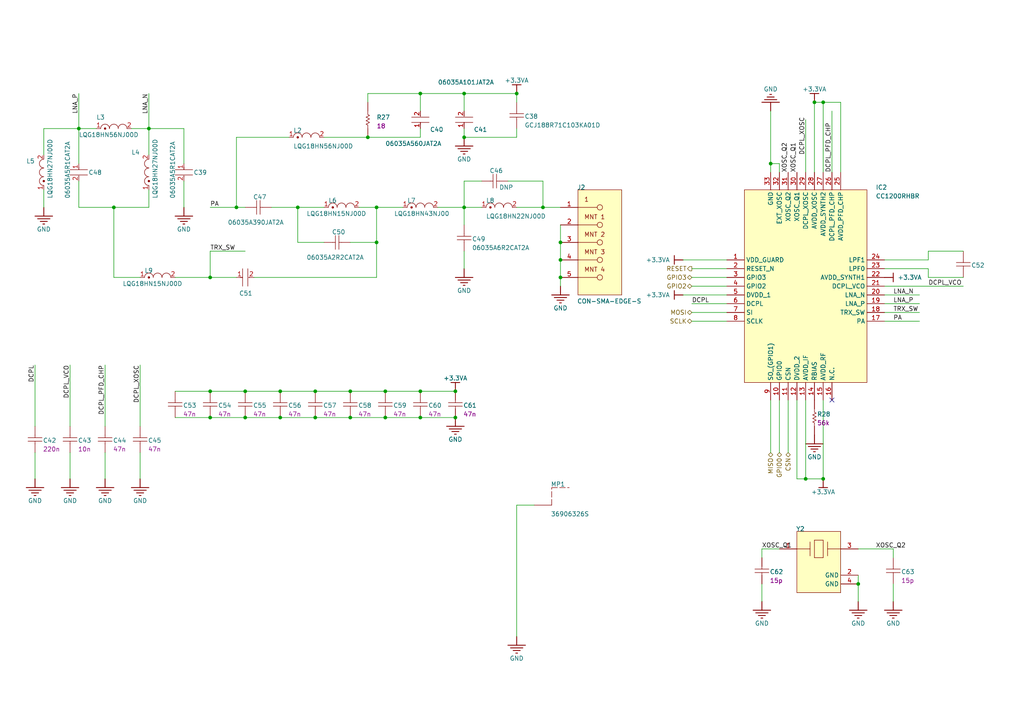
<source format=kicad_sch>
(kicad_sch (version 20250114) (generator "eeschema") (generator_version "9.0")
  (paper "A4")
  (junction (at 111.76 113.4872))
  (junction (at 149.86 27.1272))
  (junction (at 238.76 29.6672))
  (junction (at 68.58 60.1472))
  (junction (at 223.52 47.4472))
  (junction (at 60.96 80.4672))
  (junction (at 236.22 29.6672))
  (junction (at 134.62 27.1272))
  (junction (at 111.76 121.1072))
  (junction (at 162.56 80.4672))
  (junction (at 22.86 37.2872))
  (junction (at 121.92 121.1072))
  (junction (at 109.22 70.3072))
  (junction (at 121.92 27.1272))
  (junction (at 91.44 121.1072))
  (junction (at 162.56 70.3072))
  (junction (at 162.56 75.3872))
  (junction (at 101.6 113.4872))
  (junction (at 157.48 60.1472))
  (junction (at 91.44 113.4872))
  (junction (at 33.02 60.1472))
  (junction (at 248.92 169.3672))
  (junction (at 134.62 39.8272))
  (junction (at 71.12 113.4872))
  (junction (at 71.12 121.1072))
  (junction (at 43.18 37.2872))
  (junction (at 86.36 60.1472))
  (junction (at 106.68 39.8272))
  (junction (at 134.62 60.1472))
  (junction (at 109.22 60.1472))
  (junction (at 60.96 121.1072))
  (junction (at 132.08 121.1072))
  (junction (at 81.28 113.4872))
  (junction (at 81.28 121.1072))
  (junction (at 101.6 121.1072))
  (junction (at 121.92 113.4872))
  (junction (at 60.96 113.4872))
  (junction (at 132.08 113.4872))
  (junction (at 238.76 138.8872))
  (junction (at 233.68 138.8872))
  (no_connect (at 241.3 116.0272))
  (wire (pts (xy 147.32 52.5272) (xy 157.48 52.5272)))
  (wire (pts (xy 60.96 80.4672) (xy 60.96 72.8472)))
  (wire (pts (xy 60.96 121.1072) (xy 71.12 121.1072)))
  (wire (pts (xy 30.48 123.6472) (xy 30.48 105.8672)))
  (wire (pts (xy 233.68 138.8872) (xy 231.14 138.8872)))
  (wire (pts (xy 111.76 121.1072) (xy 121.92 121.1072)))
  (wire (pts (xy 248.92 169.3672) (xy 248.92 166.8272)))
  (wire (pts (xy 12.7 37.2872) (xy 22.86 37.2872)))
  (wire (pts (xy 256.54 88.0872) (xy 266.7 88.0872)))
  (wire (pts (xy 71.12 113.4872) (xy 60.96 113.4872)))
  (wire (pts (xy 256.54 77.9272) (xy 269.24 77.9272)))
  (wire (pts (xy 269.24 77.9272) (xy 269.24 80.4672)))
  (wire (pts (xy 68.58 39.8272) (xy 68.58 60.1472)))
  (wire (pts (xy 10.16 138.8872) (xy 10.16 131.2672)))
  (wire (pts (xy 256.54 85.5472) (xy 266.7 85.5472)))
  (wire (pts (xy 266.7 90.6272) (xy 256.54 90.6272)))
  (wire (pts (xy 134.62 52.5272) (xy 139.7 52.5272)))
  (wire (pts (xy 106.68 39.8272) (xy 121.92 39.8272)))
  (wire (pts (xy 109.22 80.4672) (xy 73.66 80.4672)))
  (wire (pts (xy 200.66 77.9272) (xy 210.82 77.9272)))
  (wire (pts (xy 228.6 131.2672) (xy 228.6 116.0272)))
  (wire (pts (xy 101.6 113.4872) (xy 91.44 113.4872)))
  (wire (pts (xy 30.48 138.8872) (xy 30.48 131.2672)))
  (wire (pts (xy 162.56 83.0072) (xy 162.56 80.4672)))
  (wire (pts (xy 157.48 60.1472) (xy 162.56 60.1472)))
  (wire (pts (xy 210.82 88.0872) (xy 200.66 88.0872)))
  (wire (pts (xy 200.66 90.6272) (xy 210.82 90.6272)))
  (wire (pts (xy 259.08 159.2072) (xy 248.92 159.2072)))
  (wire (pts (xy 238.76 138.8872) (xy 238.76 116.0272)))
  (wire (pts (xy 231.14 138.8872) (xy 231.14 116.0272)))
  (wire (pts (xy 200.66 93.1672) (xy 210.82 93.1672)))
  (wire (pts (xy 50.8 121.1072) (xy 60.96 121.1072)))
  (wire (pts (xy 220.98 159.2072) (xy 220.98 161.7472)))
  (wire (pts (xy 91.44 121.1072) (xy 101.6 121.1072)))
  (wire (pts (xy 198.12 85.5472) (xy 210.82 85.5472)))
  (wire (pts (xy 200.66 80.4672) (xy 210.82 80.4672)))
  (wire (pts (xy 269.24 75.3872) (xy 256.54 75.3872)))
  (wire (pts (xy 134.62 77.9272) (xy 134.62 72.8472)))
  (wire (pts (xy 22.86 60.1472) (xy 33.02 60.1472)))
  (wire (pts (xy 86.36 70.3072) (xy 86.36 60.1472)))
  (wire (pts (xy 149.86 146.5072) (xy 154.94 146.5072)))
  (wire (pts (xy 149.86 184.6072) (xy 149.86 146.5072)))
  (wire (pts (xy 236.22 29.6672) (xy 238.76 29.6672)))
  (wire (pts (xy 233.68 116.0272) (xy 233.68 138.8872)))
  (wire (pts (xy 22.86 37.2872) (xy 22.86 27.1272)))
  (wire (pts (xy 134.62 32.2072) (xy 134.62 27.1272)))
  (wire (pts (xy 121.92 27.1272) (xy 121.92 32.2072)))
  (wire (pts (xy 266.7 93.1672) (xy 256.54 93.1672)))
  (wire (pts (xy 134.62 60.1472) (xy 134.62 52.5272)))
  (wire (pts (xy 53.34 47.4472) (xy 53.34 37.2872)))
  (wire (pts (xy 71.12 121.1072) (xy 81.28 121.1072)))
  (wire (pts (xy 12.7 60.1472) (xy 12.7 55.0672)))
  (wire (pts (xy 248.92 174.4472) (xy 248.92 169.3672)))
  (wire (pts (xy 223.52 32.2072) (xy 223.52 47.4472)))
  (wire (pts (xy 121.92 39.8272) (xy 121.92 37.2872)))
  (wire (pts (xy 220.98 169.3672) (xy 220.98 174.4472)))
  (wire (pts (xy 68.58 60.1472) (xy 71.12 60.1472)))
  (wire (pts (xy 40.64 123.6472) (xy 40.64 105.8672)))
  (wire (pts (xy 256.54 83.0072) (xy 279.4 83.0072)))
  (wire (pts (xy 134.62 37.2872) (xy 134.62 39.8272)))
  (wire (pts (xy 81.28 121.1072) (xy 91.44 121.1072)))
  (wire (pts (xy 111.76 113.4872) (xy 101.6 113.4872)))
  (wire (pts (xy 259.08 174.4472) (xy 259.08 169.3672)))
  (wire (pts (xy 223.52 131.2672) (xy 223.52 116.0272)))
  (wire (pts (xy 279.4 72.8472) (xy 269.24 72.8472)))
  (wire (pts (xy 22.86 52.5272) (xy 22.86 60.1472)))
  (wire (pts (xy 83.82 39.8272) (xy 68.58 39.8272)))
  (wire (pts (xy 33.02 80.4672) (xy 40.64 80.4672)))
  (wire (pts (xy 134.62 60.1472) (xy 127 60.1472)))
  (wire (pts (xy 233.68 138.8872) (xy 238.76 138.8872)))
  (wire (pts (xy 68.58 60.1472) (xy 60.96 60.1472)))
  (wire (pts (xy 149.86 39.8272) (xy 149.86 37.2872)))
  (wire (pts (xy 50.8 80.4672) (xy 60.96 80.4672)))
  (wire (pts (xy 60.96 80.4672) (xy 68.58 80.4672)))
  (wire (pts (xy 236.22 29.6672) (xy 236.22 49.9872)))
  (wire (pts (xy 101.6 121.1072) (xy 111.76 121.1072)))
  (wire (pts (xy 60.96 113.4872) (xy 50.8 113.4872)))
  (wire (pts (xy 157.48 60.1472) (xy 149.86 60.1472)))
  (wire (pts (xy 121.92 27.1272) (xy 106.68 27.1272)))
  (wire (pts (xy 198.12 75.3872) (xy 210.82 75.3872)))
  (wire (pts (xy 149.86 29.6672) (xy 149.86 27.1272)))
  (wire (pts (xy 238.76 29.6672) (xy 238.76 49.9872)))
  (wire (pts (xy 134.62 27.1272) (xy 121.92 27.1272)))
  (wire (pts (xy 233.68 34.7472) (xy 233.68 49.9872)))
  (wire (pts (xy 104.14 60.1472) (xy 109.22 60.1472)))
  (wire (pts (xy 78.74 60.1472) (xy 86.36 60.1472)))
  (wire (pts (xy 149.86 27.1272) (xy 134.62 27.1272)))
  (wire (pts (xy 139.7 60.1472) (xy 134.62 60.1472)))
  (wire (pts (xy 226.06 159.2072) (xy 220.98 159.2072)))
  (wire (pts (xy 226.06 49.9872) (xy 226.06 47.4472)))
  (wire (pts (xy 134.62 39.8272) (xy 149.86 39.8272)))
  (wire (pts (xy 162.56 75.3872) (xy 162.56 70.3072)))
  (wire (pts (xy 93.98 39.8272) (xy 106.68 39.8272)))
  (wire (pts (xy 223.52 47.4472) (xy 223.52 49.9872)))
  (wire (pts (xy 243.84 49.9872) (xy 243.84 29.6672)))
  (wire (pts (xy 53.34 37.2872) (xy 43.18 37.2872)))
  (wire (pts (xy 259.08 161.7472) (xy 259.08 159.2072)))
  (wire (pts (xy 43.18 37.2872) (xy 43.18 27.1272)))
  (wire (pts (xy 60.96 72.8472) (xy 71.12 72.8472)))
  (wire (pts (xy 269.24 72.8472) (xy 269.24 75.3872)))
  (wire (pts (xy 86.36 60.1472) (xy 93.98 60.1472)))
  (wire (pts (xy 226.06 131.2672) (xy 226.06 116.0272)))
  (wire (pts (xy 200.66 83.0072) (xy 210.82 83.0072)))
  (wire (pts (xy 22.86 37.2872) (xy 27.94 37.2872)))
  (wire (pts (xy 22.86 47.4472) (xy 22.86 37.2872)))
  (wire (pts (xy 109.22 60.1472) (xy 116.84 60.1472)))
  (wire (pts (xy 38.1 37.2872) (xy 43.18 37.2872)))
  (wire (pts (xy 162.56 70.3072) (xy 162.56 65.2272)))
  (wire (pts (xy 243.84 29.6672) (xy 238.76 29.6672)))
  (wire (pts (xy 40.64 138.8872) (xy 40.64 131.2672)))
  (wire (pts (xy 134.62 65.2272) (xy 134.62 60.1472)))
  (wire (pts (xy 20.32 123.6472) (xy 20.32 105.8672)))
  (wire (pts (xy 157.48 52.5272) (xy 157.48 60.1472)))
  (wire (pts (xy 20.32 138.8872) (xy 20.32 131.2672)))
  (wire (pts (xy 109.22 70.3072) (xy 101.6 70.3072)))
  (wire (pts (xy 269.24 80.4672) (xy 279.4 80.4672)))
  (wire (pts (xy 33.02 60.1472) (xy 33.02 80.4672)))
  (wire (pts (xy 93.98 70.3072) (xy 86.36 70.3072)))
  (wire (pts (xy 121.92 121.1072) (xy 132.08 121.1072)))
  (wire (pts (xy 43.18 37.2872) (xy 43.18 44.9072)))
  (wire (pts (xy 109.22 60.1472) (xy 109.22 70.3072)))
  (wire (pts (xy 43.18 60.1472) (xy 33.02 60.1472)))
  (wire (pts (xy 121.92 113.4872) (xy 111.76 113.4872)))
  (wire (pts (xy 81.28 113.4872) (xy 71.12 113.4872)))
  (wire (pts (xy 12.7 44.9072) (xy 12.7 37.2872)))
  (wire (pts (xy 53.34 60.1472) (xy 53.34 52.5272)))
  (wire (pts (xy 226.06 47.4472) (xy 223.52 47.4472)))
  (wire (pts (xy 132.08 113.4872) (xy 121.92 113.4872)))
  (wire (pts (xy 241.3 32.2072) (xy 241.3 49.9872)))
  (wire (pts (xy 43.18 55.0672) (xy 43.18 60.1472)))
  (wire (pts (xy 162.56 80.4672) (xy 162.56 75.3872)))
  (wire (pts (xy 10.16 105.8672) (xy 10.16 123.6472)))
  (wire (pts (xy 109.22 70.3072) (xy 109.22 80.4672)))
  (wire (pts (xy 106.68 27.1272) (xy 106.68 29.6672)))
  (wire (pts (xy 91.44 113.4872) (xy 81.28 113.4872)))
  (label "TRX_SW" (at 60.96 72.8472 0))
  (label "LNA_P" (at 22.86 27.1272 270))
  (label "TRX_SW" (at 259.08 90.6272 0))
  (label "DCPL_VCO" (at 269.24 83.0072 0))
  (label "XOSC_Q1" (at 220.98 159.2072 0))
  (label "DCPL_XOSC" (at 233.68 44.9072 90))
  (label "LNA_N" (at 259.08 85.5472 0))
  (label "DCPL_XOSC" (at 40.64 105.8672 270))
  (label "DCPL" (at 10.16 105.8672 270))
  (label "DCPL_VCO" (at 20.32 105.8672 270))
  (label "XOSC_Q2" (at 254 159.2072 0))
  (label "PA" (at 259.08 93.1672 0))
  (label "LNA_P" (at 259.08 88.0872 0))
  (label "PA" (at 60.96 60.1472 0))
  (label "XOSC_Q2" (at 228.6 49.9872 90))
  (label "DCPL" (at 200.66 88.0872 0))
  (label "XOSC_Q1" (at 231.14 49.9872 90))
  (label "DCPL_PFD_CHP" (at 30.48 105.8672 270))
  (label "LNA_N" (at 43.18 27.1272 270))
  (label "DCPL_PFD_CHP" (at 241.3 49.9872 90))
  (hierarchical_label "MOSI" (shape bidirectional) (at 200.66 90.6272 180))
  (hierarchical_label "GPIO3" (shape bidirectional) (at 200.66 80.4672 180))
  (hierarchical_label "SCLK" (shape bidirectional) (at 200.66 93.1672 180))
  (hierarchical_label "CSN" (shape bidirectional) (at 228.6 131.2672 270))
  (hierarchical_label "GPIO0" (shape bidirectional) (at 226.06 131.2672 270))
  (hierarchical_label "MISO" (shape bidirectional) (at 223.52 131.2672 270))
  (hierarchical_label "RESET" (shape output) (at 200.66 77.9272 180))
  (hierarchical_label "GPIO2" (shape bidirectional) (at 200.66 83.0072 180))
  (symbol (lib_id "Simulation Generic Components:root_3_Capacitor_Simulation Generic Components.IntLib") (at 101.6 113.4872 0) (unit 1)
    (property "Reference" "C58" (at 103.886 118.3132 0) (effects (justify left bottom)))
    (property "Value" "Capacitor" (effects (hide yes)))
    (property "Footprint" "RES_0805" (effects (hide yes)))
    (property "Description" "Capacitor" (effects (hide yes)))
    (property "SIMULATIONGENERICCOMPONENT" "True" (effects (hide yes)))
    (property "ALTIUM_VALUE" "47n" (at 103.886 120.8532 0) (effects (justify left bottom)))
  )
  (symbol (lib_id "Simulation Generic Components:root_3_Capacitor_Simulation Generic Components.IntLib") (at 50.8 113.4872 0) (unit 1)
    (property "Reference" "C53" (at 53.086 118.3132 0) (effects (justify left bottom)))
    (property "Value" "Capacitor" (effects (hide yes)))
    (property "Footprint" "RES_0805" (effects (hide yes)))
    (property "Description" "Capacitor" (effects (hide yes)))
    (property "SIMULATIONGENERICCOMPONENT" "True" (effects (hide yes)))
    (property "ALTIUM_VALUE" "47n" (at 53.086 120.8532 0) (effects (justify left bottom)))
  )
  (symbol (lib_id "Altium Content Vault:root_2_CAP_Altium Content Vault_0") (at 76.2 62.6872 0) (unit 1)
    (property "Reference" "C47" (at 73.406 57.8612 0) (effects (justify left bottom)))
    (property "Value" "06035A390JAT2A" (at 66.04 65.2272 0) (effects (justify left bottom)))
    (property "Footprint" "CAPC1608X90X35LL15T15" (effects (hide yes)))
    (property "PART NUMBER" "06035A6R2CAT2A" (effects (hide yes)))
    (property "MANUFACTURER" "AVX Interconnect / Elco" (effects (hide yes)))
  )
  (symbol (lib_id "Simulation Generic Components:root_3_Capacitor_Simulation Generic Components.IntLib") (at 111.76 113.4872 0) (unit 1)
    (property "Reference" "C59" (at 114.046 118.3132 0) (effects (justify left bottom)))
    (property "Value" "Capacitor" (effects (hide yes)))
    (property "Footprint" "RES_0805" (effects (hide yes)))
    (property "Description" "Capacitor" (effects (hide yes)))
    (property "SIMULATIONGENERICCOMPONENT" "True" (effects (hide yes)))
    (property "ALTIUM_VALUE" "47n" (at 114.046 120.8532 0) (effects (justify left bottom)))
  )
  (symbol (lib_id "Simulation Generic Components:root_3_Capacitor_Simulation Generic Components.IntLib") (at 91.44 113.4872 0) (unit 1)
    (property "Reference" "C57" (at 93.726 118.3132 0) (effects (justify left bottom)))
    (property "Value" "Capacitor" (effects (hide yes)))
    (property "Footprint" "RES_0805" (effects (hide yes)))
    (property "Description" "Capacitor" (effects (hide yes)))
    (property "SIMULATIONGENERICCOMPONENT" "True" (effects (hide yes)))
    (property "ALTIUM_VALUE" "47n" (at 93.726 120.8532 0) (effects (justify left bottom)))
  )
  (symbol (lib_id "Altium Content Vault:root_1_CAP-NP-2_Altium Content Vault") (at 149.86 37.2872 0) (unit 1)
    (property "Reference" "C38" (at 152.146 34.4932 0) (effects (justify left bottom)))
    (property "Value" "GCJ188R71C103KA01D" (at 152.146 37.0332 0) (effects (justify left bottom)))
    (property "Footprint" "CAPC1608X90X35LL10T15" (effects (hide yes)))
    (property "Description" "Cap Ceramic 0.01uF 16V X7R 10% Pad SMD 0603 Soft Termination 125C Automotive T/R" (effects (hide yes)))
    (property "MOUNTING TECHNOLOGY" "SurfaceMount" (effects (hide yes)))
    (property "TOLERANCE (%)" "±10%" (effects (hide yes)))
    (property "CASE SIZE/DIMENSION" "0603" (effects (hide yes)))
    (property "DATASHEET URL" "http://search.murata.co.jp/Ceramy/image/img/A01X/G101/ENG/GRM188R71C103KA01-01.pdf" (effects (hide yes)))
    (property "RATED VOLTAGE" "16V" (effects (hide yes)))
    (property "MANUFACTURER" "Murata" (effects (hide yes)))
    (property "DATASHEET VERSION" "02/2016" (effects (hide yes)))
    (property "DIELECTRIC" "X7R" (effects (hide yes)))
    (property "MANUFACTURER URL" "http://www.murata.com/" (effects (hide yes)))
    (property "PACKAGE REFERENCE" "0603" (effects (hide yes)))
    (property "PACKAGE DESCRIPTION" "2-Pin Surface Mount Device, Body 1.6 x 0.8 mm" (effects (hide yes)))
    (property "CAPACITANCE" "10nF" (effects (hide yes)))
  )
  (symbol (lib_id "Altium Content Vault:root_1_4cc4b267dca4c8e51f7102f422741d8_Altium Content Vault") (at 12.7 55.0672 0) (unit 1)
    (property "Reference" "L5" (at 7.62 47.4472 0) (effects (justify left bottom)))
    (property "Value" "LQG18HN27NJ00D" (at 15.24 57.6072 90) (effects (justify left bottom)))
    (property "Footprint" "FP-LQG18HH_00-MFG" (effects (hide yes)))
    (property "Description" "Multilayer type RF Inductor 27nH ±5% 0.54Ω 500mA 0603" (effects (hide yes)))
    (property "MIN OPERATING TEMPERATURE" "-55°C" (effects (hide yes)))
    (property "Q FACTOR" "12" (effects (hide yes)))
    (property "SHIELDING" "Unshielded" (effects (hide yes)))
    (property "MAX OPERATING TEMPERATURE" "85°C" (effects (hide yes)))
    (property "TOLERANCE" "5%" (effects (hide yes)))
    (property "DEPTH" "0.95mm" (effects (hide yes)))
    (property "CASE CODE (IMPERIAL)" "0603" (effects (hide yes)))
    (property "PACKAGE QUANTITY" "4000" (effects (hide yes)))
    (property "MAX DC CURRENT" "300mA" (effects (hide yes)))
    (property "LEAD FREE" "Lead Free" (effects (hide yes)))
    (property "HEIGHT" "0.8mm" (effects (hide yes)))
    (property "RADIATION HARDENING" "No" (effects (hide yes)))
    (property "CASE/PACKAGE" "0603" (effects (hide yes)))
    (property "SELF RESONANT FREQUENCY" "2GHz" (effects (hide yes)))
    (property "MOUNT" "Surface Mount" (effects (hide yes)))
    (property "TEST FREQUENCY" "100MHz" (effects (hide yes)))
    (property "DC CURRENT" "300mA" (effects (hide yes)))
    (property "LENGTH" "0.063inch" (effects (hide yes)))
    (property "INDUCTANCE TOLERANCE" "5%" (effects (hide yes)))
    (property "CORE MATERIAL" "Air" (effects (hide yes)))
    (property "MILITARY STANDARD" "Not" (effects (hide yes)))
    (property "TERMINATION" "SMD/SMT" (effects (hide yes)))
    (property "PACKAGING" "Tape and Reel" (effects (hide yes)))
    (property "CURRENT RATING" "300mA" (effects (hide yes)))
    (property "INDUCTANCE" "27nH" (effects (hide yes)))
    (property "CASE CODE (METRIC)" "1608" (effects (hide yes)))
    (property "DC RESISTANCE (DCR)" "550mR" (effects (hide yes)))
    (property "WIDTH" "0.8mm" (effects (hide yes)))
    (property "REACH SVHC" "No SVHC" (effects (hide yes)))
    (property "HEIGHT - SEATED (MAX)" "0.037inch" (effects (hide yes)))
  )
  (symbol (lib_id "RF_HAT-altium-import:GND_POWER_GROUND") (at 259.08 174.4472 0) (unit 1)
    (property "Reference" "#PWR?" (effects (hide yes)))
    (property "Value" "GND" (at 259.08 180.7972 0))
  )
  (symbol (lib_id "Altium Content Vault:root_1_4cc4b267dca4c8e51f7102f422741d8_Altium Content Vault") (at 43.18 55.0672 0) (unit 1)
    (property "Reference" "L4" (at 38.1 44.9072 0) (effects (justify left bottom)))
    (property "Value" "LQG18HN27NJ00D" (at 45.72 57.6072 90) (effects (justify left bottom)))
    (property "Footprint" "FP-LQG18HH_00-MFG" (effects (hide yes)))
    (property "Description" "Multilayer type RF Inductor 27nH ±5% 0.54Ω 500mA 0603" (effects (hide yes)))
    (property "MIN OPERATING TEMPERATURE" "-55°C" (effects (hide yes)))
    (property "Q FACTOR" "12" (effects (hide yes)))
    (property "SHIELDING" "Unshielded" (effects (hide yes)))
    (property "MAX OPERATING TEMPERATURE" "85°C" (effects (hide yes)))
    (property "TOLERANCE" "5%" (effects (hide yes)))
    (property "DEPTH" "0.95mm" (effects (hide yes)))
    (property "CASE CODE (IMPERIAL)" "0603" (effects (hide yes)))
    (property "PACKAGE QUANTITY" "4000" (effects (hide yes)))
    (property "MAX DC CURRENT" "300mA" (effects (hide yes)))
    (property "LEAD FREE" "Lead Free" (effects (hide yes)))
    (property "HEIGHT" "0.8mm" (effects (hide yes)))
    (property "RADIATION HARDENING" "No" (effects (hide yes)))
    (property "CASE/PACKAGE" "0603" (effects (hide yes)))
    (property "SELF RESONANT FREQUENCY" "2GHz" (effects (hide yes)))
    (property "MOUNT" "Surface Mount" (effects (hide yes)))
    (property "TEST FREQUENCY" "100MHz" (effects (hide yes)))
    (property "DC CURRENT" "300mA" (effects (hide yes)))
    (property "LENGTH" "0.063inch" (effects (hide yes)))
    (property "INDUCTANCE TOLERANCE" "5%" (effects (hide yes)))
    (property "CORE MATERIAL" "Air" (effects (hide yes)))
    (property "MILITARY STANDARD" "Not" (effects (hide yes)))
    (property "TERMINATION" "SMD/SMT" (effects (hide yes)))
    (property "PACKAGING" "Tape and Reel" (effects (hide yes)))
    (property "CURRENT RATING" "300mA" (effects (hide yes)))
    (property "INDUCTANCE" "27nH" (effects (hide yes)))
    (property "CASE CODE (METRIC)" "1608" (effects (hide yes)))
    (property "DC RESISTANCE (DCR)" "550mR" (effects (hide yes)))
    (property "WIDTH" "0.8mm" (effects (hide yes)))
    (property "REACH SVHC" "No SVHC" (effects (hide yes)))
    (property "HEIGHT - SEATED (MAX)" "0.037inch" (effects (hide yes)))
  )
  (symbol (lib_id "Simulation Generic Components:root_3_Capacitor_Simulation Generic Components.IntLib") (at 20.32 123.6472 0) (unit 1)
    (property "Reference" "C43" (at 22.606 128.4732 0) (effects (justify left bottom)))
    (property "Value" "Capacitor" (effects (hide yes)))
    (property "Footprint" "RES_0805" (effects (hide yes)))
    (property "Description" "Capacitor" (effects (hide yes)))
    (property "SIMULATIONGENERICCOMPONENT" "True" (effects (hide yes)))
    (property "ALTIUM_VALUE" "10n" (at 22.606 131.0132 0) (effects (justify left bottom)))
  )
  (symbol (lib_name "root_0_4cc4b267dca4c8e51f7102f422741d8_Altium Content Vault_2") (lib_id "Altium Content Vault:root_0_4cc4b267dca4c8e51f7102f422741d8_Altium Content Vault") (at 27.94 37.2872 0) (unit 1)
    (property "Reference" "L3" (at 27.94 34.7472 0) (effects (justify left bottom)))
    (property "Value" "LQG18HN56NJ00D" (at 22.86 39.8272 0) (effects (justify left bottom)))
    (property "Footprint" "FP-LQG18HH_00-IPC_A" (effects (hide yes)))
    (property "Description" "Multilayer type RF Inductor 56nH ±5% 0.75Ω 400mA 0603" (effects (hide yes)))
    (property "DC CURRENT" "300mA" (effects (hide yes)))
    (property "WIDTH" "0.031inch" (effects (hide yes)))
    (property "CASE CODE (METRIC)" "1608" (effects (hide yes)))
    (property "INDUCTANCE" "56nH" (effects (hide yes)))
    (property "MOUNT" "Surface Mount" (effects (hide yes)))
    (property "DEPTH" "0.95mm" (effects (hide yes)))
    (property "MAX DC CURRENT" "300mA" (effects (hide yes)))
    (property "DC RESISTANCE (DCR)" "750mR" (effects (hide yes)))
    (property "CASE/PACKAGE" "0603" (effects (hide yes)))
    (property "SELF RESONANT FREQUENCY" "1.1GHz" (effects (hide yes)))
    (property "LENGTH" "1.75mm" (effects (hide yes)))
    (property "TEST FREQUENCY" "100MHz" (effects (hide yes)))
    (property "SHIELDING" "Unshielded" (effects (hide yes)))
    (property "CASE CODE (IMPERIAL)" "0603" (effects (hide yes)))
    (property "MILITARY STANDARD" "Not" (effects (hide yes)))
    (property "Q FACTOR" "12" (effects (hide yes)))
    (property "MIN OPERATING TEMPERATURE" "-40°C" (effects (hide yes)))
    (property "LEAD FREE" "Lead Free" (effects (hide yes)))
    (property "PACKAGING" "Tape and Reel" (effects (hide yes)))
    (property "RADIATION HARDENING" "No" (effects (hide yes)))
    (property "MAX OPERATING TEMPERATURE" "85°C" (effects (hide yes)))
    (property "TERMINATION" "SMD/SMT" (effects (hide yes)))
    (property "TOLERANCE" "5%" (effects (hide yes)))
    (property "CURRENT RATING" "300mA" (effects (hide yes)))
    (property "CORE MATERIAL" "Air" (effects (hide yes)))
    (property "PACKAGE QUANTITY" "1" (effects (hide yes)))
    (property "HEIGHT" "0.031inch" (effects (hide yes)))
  )
  (symbol (lib_id "Simulation Generic Components:root_3_Capacitor_Simulation Generic Components.IntLib") (at 121.92 113.4872 0) (unit 1)
    (property "Reference" "C60" (at 124.206 118.3132 0) (effects (justify left bottom)))
    (property "Value" "Capacitor" (effects (hide yes)))
    (property "Footprint" "RES_0805" (effects (hide yes)))
    (property "Description" "Capacitor" (effects (hide yes)))
    (property "SIMULATIONGENERICCOMPONENT" "True" (effects (hide yes)))
    (property "ALTIUM_VALUE" "47n" (at 124.206 120.8532 0) (effects (justify left bottom)))
  )
  (symbol (lib_id "Altium Content Vault:root_0_02cd4be3c70576c341d710602a673aa_Altium Content Vault") (at 53.34 47.4472 0) (unit 1)
    (property "Reference" "C39" (at 56.134 50.7492 0) (effects (justify left bottom)))
    (property "Value" "06035A5R1CAT2A" (at 50.8 57.6072 90) (effects (justify left bottom)))
    (property "Footprint" "FP-GCM188-0_1-IPC_A" (effects (hide yes)))
    (property "Description" "0603 5.1 pF 50 V ±0.25 pF Tolerance C0G/NP0 Multilayer Ceramic Capacitor" (effects (hide yes)))
  )
  (symbol (lib_id "SamacSys:root_0_CC1200RHBR_SamacSys.SchLib") (at 210.82 75.3872 0) (unit 1)
    (property "Reference" "IC2" (at 254 55.0672 0) (effects (justify left bottom)))
    (property "Value" "CC1200RHBR" (at 254 57.6072 0) (effects (justify left bottom)))
    (property "Footprint" "C__Users_robbe_OneDrive_Documenten_AltiumLL_SamacSys.PcbLib:QFN50P500X500X100-33N-D" (effects (hide yes)))
    (property "Description" "Integrated Circuit" (effects (hide yes)))
    (property "DATASHEET LINK" "http://www.ti.com/lit/gpn/cc1200" (effects (hide yes)))
    (property "HEIGHT" "1mm" (effects (hide yes)))
    (property "MANUFACTURER_NAME" "Texas Instruments" (effects (hide yes)))
    (property "MANUFACTURER_PART_NUMBER" "CC1200RHBR" (effects (hide yes)))
    (property "MOUSER PART NUMBER" "595-CC1200RHBR" (effects (hide yes)))
    (property "MOUSER PRICE/STOCK" "https://www.mouser.co.uk/ProductDetail/Texas-Instruments/CC1200RHBR?qs=R6c3TimDHSkfQr3ZZbsbuA%3D%3D" (effects (hide yes)))
    (property "ARROW PART NUMBER" "CC1200RHBR" (effects (hide yes)))
    (property "ARROW PRICE/STOCK" "https://www.arrow.com/en/products/cc1200rhbr/texas-instruments" (effects (hide yes)))
  )
  (symbol (lib_id "RF_HAT-altium-import:GND_POWER_GROUND") (at 30.48 138.8872 0) (unit 1)
    (property "Reference" "#PWR?" (effects (hide yes)))
    (property "Value" "GND" (at 30.48 145.2372 0))
  )
  (symbol (lib_id "Altium Content Vault:root_0_mirrored_a163d97a771fcdd2fd1f1a9264c171f_Altium Content Vault") (at 162.56 60.1472 0) (unit 1)
    (property "Reference" "J2" (at 167.386 55.0672 0) (effects (justify left bottom)))
    (property "Value" "CON-SMA-EDGE-S" (at 167.386 88.0872 0) (effects (justify left bottom)))
    (property "Footprint" "FP-CON-SMA-EDGE-S-MFG" (effects (hide yes)))
    (property "Description" "CONN SMA JACK STR EDGE MNT" (effects (hide yes)))
    (property "CATEGORY" "Conn" (effects (hide yes)))
    (property "COMPONENTLINK2URL" "https://www.rfsolutions.co.uk/downloads/1498648656DS-CON-EDGE-SMA-4.pdf" (effects (hide yes)))
    (property "OCTOPART" "https://octopart.com/con-sma-edge-s-rf+solutions-70967450" (effects (hide yes)))
    (property "PACKAGE" "CONN_JACK" (effects (hide yes)))
    (property "MANUFACTURER PART NUMBER" "CON-SMA-EDGE-S" (effects (hide yes)))
    (property "MANUFACTURER" "RF Solutions Ltd." (effects (hide yes)))
    (property "HEIGHT" "6.35mm" (effects (hide yes)))
    (property "IMPEDANCE" "50Ω" (effects (hide yes)))
    (property "DEVICE CLASS L1" "Connectors" (effects (hide yes)))
    (property "FOOTPRINT URL" "https://forum.upverter.com/uploads/default/original/3X/b/e/be75b907af57498775929d6d9099689c472e0307.pdf" (effects (hide yes)))
    (property "DESCRIPTION" "CONN SMA JACK STR EDGE MNT" (effects (hide yes)))
    (property "CONN ORIENTATION" "Right Angle" (effects (hide yes)))
    (property "IS FEMALE" "yes" (effects (hide yes)))
    (property "CONTACT MATERIAL" "Gold" (effects (hide yes)))
    (property "NUMBER OF CONTACTS" "1" (effects (hide yes)))
    (property "COMPONENTLINK2DESCRIPTION" "Datasheet" (effects (hide yes)))
    (property "FREQUENCY" "18GHz" (effects (hide yes)))
    (property "DEVICE CLASS L2" "RF / Coaxial Connectors" (effects (hide yes)))
    (property "SHIELDING" "true" (effects (hide yes)))
    (property "ROHS" "TRUE" (effects (hide yes)))
    (property "DEVICE CLASS L3" "unset" (effects (hide yes)))
    (property "DIGIKEY DESCRIPTION" "CONN SMA JACK STR EDGE MNT" (effects (hide yes)))
    (property "LEAD FREE" "Yes" (effects (hide yes)))
    (property "AUTOMOTIVE" "No" (effects (hide yes)))
  )
  (symbol (lib_name "root_2_02cd4be3c70576c341d710602a673aa_Altium Content Vault_1") (lib_id "Altium Content Vault:root_2_02cd4be3c70576c341d710602a673aa_Altium Content Vault") (at 134.62 37.2872 0) (unit 1)
    (property "Reference" "C41" (at 137.414 38.3032 0) (effects (justify left bottom)))
    (property "Value" "06035A101JAT2A" (at 127 24.5872 0) (effects (justify left bottom)))
    (property "Footprint" "FP-GCM188-0_1-IPC_A" (effects (hide yes)))
    (property "Description" "0603 100 pF 50 V ±5% Tolerance C0G/NP0 SMT Multilayer Ceramic Capacitor" (effects (hide yes)))
  )
  (symbol (lib_name "root_2_CAP_Altium Content Vault_0_1") (lib_id "Altium Content Vault:root_2_CAP_Altium Content Vault_0") (at 99.06 72.8472 0) (unit 1)
    (property "Reference" "C50" (at 96.266 68.0212 0) (effects (justify left bottom)))
    (property "Value" "06035A2R2CAT2A" (at 88.9 75.3872 0) (effects (justify left bottom)))
    (property "Footprint" "CAPC1608X90X35LL15T15" (effects (hide yes)))
    (property "Description" "0603 2.2 pF 50 V ±0.25 pF Tolerance C0G/NP0 SMT Multilayer Ceramic Capacitor" (effects (hide yes)))
    (property "PART NUMBER" "06035A6R2CAT2A" (effects (hide yes)))
    (property "MANUFACTURER" "AVX Interconnect / Elco" (effects (hide yes)))
  )
  (symbol (lib_id "RF_HAT-altium-import:+3.3VA_BAR") (at 236.22 29.6672 180) (unit 1)
    (property "Reference" "#PWR?" (effects (hide yes)))
    (property "Value" "+3.3VA" (at 236.22 25.8572 0))
  )
  (symbol (lib_id "Simulation Generic Components:root_3_Capacitor_Simulation Generic Components.IntLib") (at 71.12 113.4872 0) (unit 1)
    (property "Reference" "C55" (at 73.406 118.3132 0) (effects (justify left bottom)))
    (property "Value" "Capacitor" (effects (hide yes)))
    (property "Footprint" "RES_0805" (effects (hide yes)))
    (property "Description" "Capacitor" (effects (hide yes)))
    (property "SIMULATIONGENERICCOMPONENT" "True" (effects (hide yes)))
    (property "ALTIUM_VALUE" "47n" (at 73.406 120.8532 0) (effects (justify left bottom)))
  )
  (symbol (lib_id "Altium Content Vault:root_0_4cc4b267dca4c8e51f7102f422741d8_Altium Content Vault") (at 139.7 60.1472 0) (unit 1)
    (property "Reference" "L8" (at 140.97 58.8772 0) (effects (justify left bottom)))
    (property "Value" "LQG18HN22NJ00D" (at 140.97 63.4492 0) (effects (justify left bottom)))
    (property "Footprint" "FP-LQG18HH_00-IPC_C" (effects (hide yes)))
    (property "Description" "Multilayer type RF Inductor 22nH ±5% 0.5Ω 500mA 0603" (effects (hide yes)))
    (property "MAX OPERATING TEMPERATURE" "85°C" (effects (hide yes)))
    (property "CURRENT RATING" "300mA" (effects (hide yes)))
    (property "ROHS COMPLIANT" "Yes" (effects (hide yes)))
    (property "TERMINATION" "SMD/SMT" (effects (hide yes)))
    (property "MAX DC CURRENT" "300mA" (effects (hide yes)))
    (property "MIN OPERATING TEMPERATURE" "-40°C" (effects (hide yes)))
    (property "CORE MATERIAL" "Air" (effects (hide yes)))
    (property "HEIGHT - SEATED (MAX)" "0.037inch" (effects (hide yes)))
    (property "INDUCTANCE" "22nH" (effects (hide yes)))
    (property "SHIELDING" "Unshielded" (effects (hide yes)))
    (property "LENGTH" "1.6mm" (effects (hide yes)))
    (property "REACH SVHC" "No SVHC" (effects (hide yes)))
    (property "PACKAGE QUANTITY" "4000" (effects (hide yes)))
    (property "TOLERANCE" "5%" (effects (hide yes)))
    (property "DEPTH" "0.95mm" (effects (hide yes)))
    (property "MOUNT" "Surface Mount" (effects (hide yes)))
    (property "PACKAGING" "Tape and Reel" (effects (hide yes)))
    (property "MILITARY STANDARD" "Not" (effects (hide yes)))
    (property "DC CURRENT" "300mA" (effects (hide yes)))
    (property "CASE CODE (METRIC)" "1608" (effects (hide yes)))
    (property "SELF RESONANT FREQUENCY" "2.3GHz" (effects (hide yes)))
    (property "LEAD FREE" "Lead Free" (effects (hide yes)))
    (property "CASE CODE (IMPERIAL)" "0603" (effects (hide yes)))
    (property "TEST FREQUENCY" "100MHz" (effects (hide yes)))
    (property "INDUCTANCE TOLERANCE" "5%" (effects (hide yes)))
    (property "Q FACTOR" "12" (effects (hide yes)))
    (property "WIDTH" "0.031inch" (effects (hide yes)))
    (property "CASE/PACKAGE" "0603" (effects (hide yes)))
    (property "HEIGHT" "0.8mm" (effects (hide yes)))
    (property "DC RESISTANCE (DCR)" "500mR" (effects (hide yes)))
    (property "RADIATION HARDENING" "No" (effects (hide yes)))
    (property "SERIES" "LQG18H" (effects (hide yes)))
  )
  (symbol (lib_id "RF_HAT-altium-import:+3.3VA_BAR") (at 198.12 75.3872 270) (unit 1)
    (property "Reference" "#PWR?" (effects (hide yes)))
    (property "Value" "+3.3VA" (at 194.31 75.3872 90) (effects (justify right)))
  )
  (symbol (lib_id "Simulation Generic Components:root_3_Resistor_Simulation Generic Components.IntLib") (at 106.68 29.6672 0) (unit 1)
    (property "Reference" "R27" (at 109.22 34.7472 0) (effects (justify left bottom)))
    (property "Value" "Resistor" (effects (hide yes)))
    (property "Footprint" "RES_0805" (effects (hide yes)))
    (property "Description" "Resistor" (effects (hide yes)))
    (property "TC1" "0" (effects (hide yes)))
    (property "TC2" "0" (effects (hide yes)))
    (property "SIMULATIONGENERICCOMPONENT" "True" (effects (hide yes)))
    (property "ALTIUM_VALUE" "18" (at 109.22 37.2872 0) (effects (justify left bottom)))
  )
  (symbol (lib_id "RF_HAT-altium-import:+3.3VA_BAR") (at 149.86 27.1272 180) (unit 1)
    (property "Reference" "#PWR?" (effects (hide yes)))
    (property "Value" "+3.3VA" (at 149.86 23.3172 0))
  )
  (symbol (lib_id "Altium Content Vault:root_1_02cd4be3c70576c341d710602a673aa_Altium Content Vault") (at 68.58 80.4672 0) (unit 1)
    (property "Reference" "C51" (at 69.342 85.8012 0) (effects (justify left bottom)))
    (property "Value" "06035A5R1CAT2A" (effects (hide yes)))
    (property "Footprint" "FP-GCM188-0_1-IPC_A" (effects (hide yes)))
    (property "Description" "0603 5.1 pF 50 V ±0.25 pF Tolerance C0G/NP0 Multilayer Ceramic Capacitor" (effects (hide yes)))
  )
  (symbol (lib_id "Simulation Generic Components:root_3_Capacitor_Simulation Generic Components.IntLib") (at 60.96 113.4872 0) (unit 1)
    (property "Reference" "C54" (at 63.246 118.3132 0) (effects (justify left bottom)))
    (property "Value" "Capacitor" (effects (hide yes)))
    (property "Footprint" "RES_0805" (effects (hide yes)))
    (property "Description" "Capacitor" (effects (hide yes)))
    (property "SIMULATIONGENERICCOMPONENT" "True" (effects (hide yes)))
    (property "ALTIUM_VALUE" "47n" (at 63.246 120.8532 0) (effects (justify left bottom)))
  )
  (symbol (lib_id "RF_HAT-altium-import:GND_POWER_GROUND") (at 220.98 174.4472 0) (unit 1)
    (property "Reference" "#PWR?" (effects (hide yes)))
    (property "Value" "GND" (at 220.98 180.7972 0))
  )
  (symbol (lib_id "Altium Content Vault:root_2_CAP_Altium Content Vault_0") (at 144.78 55.0672 0) (unit 1)
    (property "Reference" "C46" (at 141.986 50.2412 0) (effects (justify left bottom)))
    (property "Value" "DNP" (at 144.78 55.0672 0) (effects (justify left bottom)))
    (property "Footprint" "CAPC1608X90X35LL15T15" (effects (hide yes)))
    (property "PART NUMBER" "06035A6R2CAT2A" (effects (hide yes)))
    (property "MANUFACTURER" "AVX Interconnect / Elco" (effects (hide yes)))
  )
  (symbol (lib_id "RF_HAT-altium-import:GND_POWER_GROUND") (at 132.08 121.1072 0) (unit 1)
    (property "Reference" "#PWR?" (effects (hide yes)))
    (property "Value" "GND" (at 132.08 127.4572 0))
  )
  (symbol (lib_name "root_0_4cc4b267dca4c8e51f7102f422741d8_Altium Content Vault_4") (lib_id "Altium Content Vault:root_0_4cc4b267dca4c8e51f7102f422741d8_Altium Content Vault") (at 83.82 39.8272 0) (unit 1)
    (property "Reference" "L2" (at 85.09 38.5572 0) (effects (justify left bottom)))
    (property "Value" "LQG18HN56NJ00D" (at 85.09 43.1292 0) (effects (justify left bottom)))
    (property "Footprint" "FP-LQG18HH_00-IPC_A" (effects (hide yes)))
    (property "Description" "Multilayer type RF Inductor 56nH ±5% 0.75Ω 400mA 0603" (effects (hide yes)))
    (property "DC CURRENT" "300mA" (effects (hide yes)))
    (property "WIDTH" "0.031inch" (effects (hide yes)))
    (property "CASE CODE (METRIC)" "1608" (effects (hide yes)))
    (property "INDUCTANCE" "56nH" (effects (hide yes)))
    (property "MOUNT" "Surface Mount" (effects (hide yes)))
    (property "DEPTH" "0.95mm" (effects (hide yes)))
    (property "MAX DC CURRENT" "300mA" (effects (hide yes)))
    (property "DC RESISTANCE (DCR)" "750mR" (effects (hide yes)))
    (property "CASE/PACKAGE" "0603" (effects (hide yes)))
    (property "SELF RESONANT FREQUENCY" "1.1GHz" (effects (hide yes)))
    (property "LENGTH" "1.75mm" (effects (hide yes)))
    (property "TEST FREQUENCY" "100MHz" (effects (hide yes)))
    (property "SHIELDING" "Unshielded" (effects (hide yes)))
    (property "CASE CODE (IMPERIAL)" "0603" (effects (hide yes)))
    (property "MILITARY STANDARD" "Not" (effects (hide yes)))
    (property "Q FACTOR" "12" (effects (hide yes)))
    (property "MIN OPERATING TEMPERATURE" "-40°C" (effects (hide yes)))
    (property "LEAD FREE" "Lead Free" (effects (hide yes)))
    (property "PACKAGING" "Tape and Reel" (effects (hide yes)))
    (property "RADIATION HARDENING" "No" (effects (hide yes)))
    (property "MAX OPERATING TEMPERATURE" "85°C" (effects (hide yes)))
    (property "TERMINATION" "SMD/SMT" (effects (hide yes)))
    (property "TOLERANCE" "5%" (effects (hide yes)))
    (property "CURRENT RATING" "300mA" (effects (hide yes)))
    (property "CORE MATERIAL" "Air" (effects (hide yes)))
    (property "PACKAGE QUANTITY" "1" (effects (hide yes)))
    (property "HEIGHT" "0.031inch" (effects (hide yes)))
  )
  (symbol (lib_id "Simulation Generic Components:root_3_Resistor_Simulation Generic Components.IntLib") (at 236.22 116.0272 0) (unit 1)
    (property "Reference" "R28" (at 236.982 120.8532 0) (effects (justify left bottom)))
    (property "Value" "Resistor" (effects (hide yes)))
    (property "Footprint" "RES_0805" (effects (hide yes)))
    (property "Description" "Resistor" (effects (hide yes)))
    (property "TC1" "0" (effects (hide yes)))
    (property "TC2" "0" (effects (hide yes)))
    (property "SIMULATIONGENERICCOMPONENT" "True" (effects (hide yes)))
    (property "ALTIUM_VALUE" "56k" (at 236.982 123.3932 0) (effects (justify left bottom)))
  )
  (symbol (lib_id "RF_HAT-altium-import:GND_POWER_GROUND") (at 134.62 39.8272 0) (unit 1)
    (property "Reference" "#PWR?" (effects (hide yes)))
    (property "Value" "GND" (at 134.62 46.1772 0))
  )
  (symbol (lib_id "Altium Content Vault:root_1_CAP_Altium Content Vault_0") (at 132.08 70.3072 0) (unit 1)
    (property "Reference" "C49" (at 136.906 70.0532 0) (effects (justify left bottom)))
    (property "Value" "06035A6R2CAT2A" (at 136.906 72.5932 0) (effects (justify left bottom)))
    (property "Footprint" "CAPC1608X90X35LL15T15" (effects (hide yes)))
    (property "PART NUMBER" "06035A6R2CAT2A" (effects (hide yes)))
    (property "MANUFACTURER" "AVX Interconnect / Elco" (effects (hide yes)))
  )
  (symbol (lib_id "RF_HAT-altium-import:GND_POWER_GROUND") (at 20.32 138.8872 0) (unit 1)
    (property "Reference" "#PWR?" (effects (hide yes)))
    (property "Value" "GND" (at 20.32 145.2372 0))
  )
  (symbol (lib_id "RF_HAT-altium-import:GND_POWER_GROUND") (at 248.92 174.4472 0) (unit 1)
    (property "Reference" "#PWR?" (effects (hide yes)))
    (property "Value" "GND" (at 248.92 180.7972 0))
  )
  (symbol (lib_id "RF_HAT-altium-import:GND_POWER_GROUND") (at 53.34 60.1472 0) (unit 1)
    (property "Reference" "#PWR?" (effects (hide yes)))
    (property "Value" "GND" (at 53.34 66.4972 0))
  )
  (symbol (lib_id "Simulation Generic Components:root_3_Capacitor_Simulation Generic Components.IntLib") (at 10.16 123.6472 0) (unit 1)
    (property "Reference" "C42" (at 12.446 128.4732 0) (effects (justify left bottom)))
    (property "Value" "Capacitor" (effects (hide yes)))
    (property "Footprint" "RES_0805" (effects (hide yes)))
    (property "Description" "Capacitor" (effects (hide yes)))
    (property "SIMULATIONGENERICCOMPONENT" "True" (effects (hide yes)))
    (property "ALTIUM_VALUE" "220n" (at 12.446 131.0132 0) (effects (justify left bottom)))
  )
  (symbol (lib_id "RF_HAT-altium-import:GND_POWER_GROUND") (at 236.22 126.1872 0) (unit 1)
    (property "Reference" "#PWR?" (effects (hide yes)))
    (property "Value" "GND" (at 236.22 132.5372 0))
  )
  (symbol (lib_name "root_0_4cc4b267dca4c8e51f7102f422741d8_Altium Content Vault_5") (lib_id "Altium Content Vault:root_0_4cc4b267dca4c8e51f7102f422741d8_Altium Content Vault") (at 116.84 60.1472 0) (unit 1)
    (property "Reference" "L7" (at 118.11 58.8772 0) (effects (justify left bottom)))
    (property "Value" "LQG18HN43NJ00" (at 114.3 62.6872 0) (effects (justify left bottom)))
    (property "Footprint" "FP-LQG18HH_00-IPC_C" (effects (hide yes)))
    (property "Description" "Multilayer type RF Inductor 43nH ±5%0603" (effects (hide yes)))
    (property "CASE CODE (IMPERIAL)" "0603" (effects (hide yes)))
    (property "WIDTH" "0.031inch" (effects (hide yes)))
    (property "Q FACTOR" "12" (effects (hide yes)))
    (property "CURRENT RATING" "350mA" (effects (hide yes)))
    (property "INDUCTANCE" "15nH" (effects (hide yes)))
    (property "REACH SVHC" "No SVHC" (effects (hide yes)))
    (property "MIN OPERATING TEMPERATURE" "-40°C" (effects (hide yes)))
    (property "CORE MATERIAL" "Air" (effects (hide yes)))
    (property "SHIELDING" "Unshielded" (effects (hide yes)))
    (property "MOUNT" "Surface Mount" (effects (hide yes)))
    (property "TEST FREQUENCY" "100MHz" (effects (hide yes)))
    (property "HEIGHT" "0.031inch" (effects (hide yes)))
    (property "MAX OPERATING TEMPERATURE" "85°C" (effects (hide yes)))
    (property "DC CURRENT" "350mA" (effects (hide yes)))
    (property "LEAD FREE" "Lead Free" (effects (hide yes)))
    (property "DEPTH" "0.95mm" (effects (hide yes)))
    (property "PACKAGE QUANTITY" "4000" (effects (hide yes)))
    (property "SELF RESONANT FREQUENCY" "2.8GHz" (effects (hide yes)))
    (property "DC RESISTANCE (DCR)" "400mR" (effects (hide yes)))
    (property "RADIATION HARDENING" "No" (effects (hide yes)))
    (property "CASE CODE (METRIC)" "1608" (effects (hide yes)))
    (property "TERMINATION" "SMD/SMT" (effects (hide yes)))
    (property "INDUCTANCE TOLERANCE" "5%" (effects (hide yes)))
    (property "MILITARY STANDARD" "Not" (effects (hide yes)))
    (property "LENGTH" "0.063inch" (effects (hide yes)))
    (property "PACKAGING" "Tape and Reel" (effects (hide yes)))
    (property "CASE/PACKAGE" "0603" (effects (hide yes)))
    (property "MAX DC CURRENT" "350mA" (effects (hide yes)))
    (property "TOLERANCE" "5%" (effects (hide yes)))
  )
  (symbol (lib_id "RF_HAT-altium-import:GND_POWER_GROUND") (at 40.64 138.8872 0) (unit 1)
    (property "Reference" "#PWR?" (effects (hide yes)))
    (property "Value" "GND" (at 40.64 145.2372 0))
  )
  (symbol (lib_name "root_0_4cc4b267dca4c8e51f7102f422741d8_Altium Content Vault_1") (lib_id "Altium Content Vault:root_0_4cc4b267dca4c8e51f7102f422741d8_Altium Content Vault") (at 40.64 80.4672 0) (unit 1)
    (property "Reference" "L9" (at 41.91 79.1972 0) (effects (justify left bottom)))
    (property "Value" "LQG18HN15NJ00D" (at 35.56 83.0072 0) (effects (justify left bottom)))
    (property "Footprint" "FP-LQG18HH_00-IPC_C" (effects (hide yes)))
    (property "Description" "Multilayer type RF Inductor 15nH ±5% 0.35Ω 600mA 0603" (effects (hide yes)))
    (property "CASE CODE (IMPERIAL)" "0603" (effects (hide yes)))
    (property "WIDTH" "0.031inch" (effects (hide yes)))
    (property "Q FACTOR" "12" (effects (hide yes)))
    (property "CURRENT RATING" "350mA" (effects (hide yes)))
    (property "INDUCTANCE" "15nH" (effects (hide yes)))
    (property "REACH SVHC" "No SVHC" (effects (hide yes)))
    (property "MIN OPERATING TEMPERATURE" "-40°C" (effects (hide yes)))
    (property "CORE MATERIAL" "Air" (effects (hide yes)))
    (property "SHIELDING" "Unshielded" (effects (hide yes)))
    (property "MOUNT" "Surface Mount" (effects (hide yes)))
    (property "TEST FREQUENCY" "100MHz" (effects (hide yes)))
    (property "HEIGHT" "0.031inch" (effects (hide yes)))
    (property "MAX OPERATING TEMPERATURE" "85°C" (effects (hide yes)))
    (property "DC CURRENT" "350mA" (effects (hide yes)))
    (property "LEAD FREE" "Lead Free" (effects (hide yes)))
    (property "DEPTH" "0.95mm" (effects (hide yes)))
    (property "PACKAGE QUANTITY" "4000" (effects (hide yes)))
    (property "SELF RESONANT FREQUENCY" "2.8GHz" (effects (hide yes)))
    (property "DC RESISTANCE (DCR)" "400mR" (effects (hide yes)))
    (property "RADIATION HARDENING" "No" (effects (hide yes)))
    (property "CASE CODE (METRIC)" "1608" (effects (hide yes)))
    (property "TERMINATION" "SMD/SMT" (effects (hide yes)))
    (property "INDUCTANCE TOLERANCE" "5%" (effects (hide yes)))
    (property "MILITARY STANDARD" "Not" (effects (hide yes)))
    (property "LENGTH" "0.063inch" (effects (hide yes)))
    (property "PACKAGING" "Tape and Reel" (effects (hide yes)))
    (property "CASE/PACKAGE" "0603" (effects (hide yes)))
    (property "MAX DC CURRENT" "350mA" (effects (hide yes)))
    (property "TOLERANCE" "5%" (effects (hide yes)))
  )
  (symbol (lib_id "Altium Content Vault:root_0_02cd4be3c70576c341d710602a673aa_Altium Content Vault") (at 22.86 47.4472 0) (unit 1)
    (property "Reference" "C48" (at 25.654 50.7492 0) (effects (justify left bottom)))
    (property "Value" "06035A5R1CAT2A" (at 20.32 57.6072 90) (effects (justify left bottom)))
    (property "Footprint" "FP-GCM188-0_1-IPC_A" (effects (hide yes)))
    (property "Description" "0603 5.1 pF 50 V ±0.25 pF Tolerance C0G/NP0 Multilayer Ceramic Capacitor" (effects (hide yes)))
  )
  (symbol (lib_id "Simulation Generic Components:root_3_Capacitor_Simulation Generic Components.IntLib") (at 220.98 161.7472 0) (unit 1)
    (property "Reference" "C62" (at 223.266 166.5732 0) (effects (justify left bottom)))
    (property "Value" "Capacitor" (effects (hide yes)))
    (property "Footprint" "RES_0805" (effects (hide yes)))
    (property "Description" "Capacitor" (effects (hide yes)))
    (property "SIMULATIONGENERICCOMPONENT" "True" (effects (hide yes)))
    (property "ALTIUM_VALUE" "15p" (at 223.266 169.1132 0) (effects (justify left bottom)))
  )
  (symbol (lib_id "RF_HAT-altium-import:GND_POWER_GROUND") (at 134.62 77.9272 0) (unit 1)
    (property "Reference" "#PWR?" (effects (hide yes)))
    (property "Value" "GND" (at 134.62 84.2772 0))
  )
  (symbol (lib_id "RF_HAT-altium-import:+3.3VA_BAR") (at 198.12 85.5472 270) (unit 1)
    (property "Reference" "#PWR?" (effects (hide yes)))
    (property "Value" "+3.3VA" (at 194.31 85.5472 90) (effects (justify right)))
  )
  (symbol (lib_id "RF_HAT-altium-import:+3.3VA_BAR") (at 256.54 80.4672 90) (unit 1)
    (property "Reference" "#PWR?" (effects (hide yes)))
    (property "Value" "+3.3VA" (at 260.35 80.4672 90) (effects (justify right)))
  )
  (symbol (lib_id "Simulation Generic Components:root_3_Capacitor_Simulation Generic Components.IntLib") (at 259.08 161.7472 0) (unit 1)
    (property "Reference" "C63" (at 261.366 166.5732 0) (effects (justify left bottom)))
    (property "Value" "Capacitor" (effects (hide yes)))
    (property "Footprint" "RES_0805" (effects (hide yes)))
    (property "Description" "Capacitor" (effects (hide yes)))
    (property "SIMULATIONGENERICCOMPONENT" "True" (effects (hide yes)))
    (property "ALTIUM_VALUE" "15p" (at 261.366 169.1132 0) (effects (justify left bottom)))
  )
  (symbol (lib_id "RF_HAT-altium-import:GND_POWER_GROUND") (at 12.7 60.1472 0) (unit 1)
    (property "Reference" "#PWR?" (effects (hide yes)))
    (property "Value" "GND" (at 12.7 66.4972 0))
  )
  (symbol (lib_id "Altium Content Vault:root_2_02cd4be3c70576c341d710602a673aa_Altium Content Vault") (at 121.92 37.2872 0) (unit 1)
    (property "Reference" "C40" (at 124.714 38.3032 0) (effects (justify left bottom)))
    (property "Value" "06035A560JAT2A" (at 111.76 42.3672 0) (effects (justify left bottom)))
    (property "Footprint" "FP-GCM188-0_1-IPC_A" (effects (hide yes)))
    (property "Description" "0603 56 pF 50 V ±5% Tolerance C0G/NP0 Surface Mount Multilayer Ceramic Capacitor" (effects (hide yes)))
  )
  (symbol (lib_id "Altium Content Vault:root_0_48e526d86b7f2615d98721063c72f49_Altium Content Vault") (at 226.06 159.2072 0) (unit 1)
    (property "Reference" "Y2" (at 230.886 154.1272 0) (effects (justify left bottom)))
    (property "Value" "NX3225SA-40.000MHZ-STD-CSR-1 NDK" (effects (hide yes)))
    (property "Footprint" "FP-ABM8G-MFG" (effects (hide yes)))
    (property "Description" "Parallel - Fundamental Quartz Crystal, 40MHz Nom" (effects (hide yes)))
    (property "RADIATION HARDENING" "No" (effects (hide yes)))
    (property "ESR (EQUIVALENT SERIES RESISTANCE)" "50R" (effects (hide yes)))
    (property "MAX OPERATING TEMPERATURE" "85°C" (effects (hide yes)))
    (property "TOLERANCE" "20ppm" (effects (hide yes)))
    (property "TERMINATION" "SMD/SMT" (effects (hide yes)))
    (property "HEIGHT" "0.039inch" (effects (hide yes)))
    (property "PACKAGING" "Tape and Reel" (effects (hide yes)))
    (property "MOUNT" "Surface Mount" (effects (hide yes)))
    (property "MIN OPERATING TEMPERATURE" "-40°C" (effects (hide yes)))
    (property "FREQUENCY STABILITY" "30ppm" (effects (hide yes)))
    (property "LENGTH" "3.2mm" (effects (hide yes)))
    (property "DEPTH" "2.5mm" (effects (hide yes)))
    (property "SERIES" "ABM8G" (effects (hide yes)))
    (property "PACKAGE QUANTITY" "1000" (effects (hide yes)))
    (property "WIDTH" "0.098inch" (effects (hide yes)))
    (property "SERIES RESISTANCE" "50R" (effects (hide yes)))
    (property "CASE/PACKAGE" "CSMD" (effects (hide yes)))
    (property "FREQUENCY" "40MHz" (effects (hide yes)))
    (property "LOAD CAPACITANCE" "18pF" (effects (hide yes)))
    (property "FREQUENCY TOLERANCE" "20ppm" (effects (hide yes)))
    (property "NUMBER OF PINS" "4" (effects (hide yes)))
  )
  (symbol (lib_id "Simulation Generic Components:root_3_Capacitor_Simulation Generic Components.IntLib") (at 81.28 113.4872 0) (unit 1)
    (property "Reference" "C56" (at 83.566 118.3132 0) (effects (justify left bottom)))
    (property "Value" "Capacitor" (effects (hide yes)))
    (property "Footprint" "RES_0805" (effects (hide yes)))
    (property "Description" "Capacitor" (effects (hide yes)))
    (property "SIMULATIONGENERICCOMPONENT" "True" (effects (hide yes)))
    (property "ALTIUM_VALUE" "47n" (at 83.566 120.8532 0) (effects (justify left bottom)))
  )
  (symbol (lib_id "RF_HAT-altium-import:GND_POWER_GROUND") (at 149.86 184.6072 0) (unit 1)
    (property "Reference" "#PWR?" (effects (hide yes)))
    (property "Value" "GND" (at 149.86 190.9572 0))
  )
  (symbol (lib_name "root_0_4cc4b267dca4c8e51f7102f422741d8_Altium Content Vault_3") (lib_id "Altium Content Vault:root_0_4cc4b267dca4c8e51f7102f422741d8_Altium Content Vault") (at 93.98 60.1472 0) (unit 1)
    (property "Reference" "L6" (at 95.25 58.8772 0) (effects (justify left bottom)))
    (property "Value" "LQG18HN15NJ00D" (at 88.9 62.6872 0) (effects (justify left bottom)))
    (property "Footprint" "FP-LQG18HH_00-IPC_C" (effects (hide yes)))
    (property "Description" "Multilayer type RF Inductor 15nH ±5% 0.35Ω 600mA 0603" (effects (hide yes)))
    (property "CASE CODE (IMPERIAL)" "0603" (effects (hide yes)))
    (property "WIDTH" "0.031inch" (effects (hide yes)))
    (property "Q FACTOR" "12" (effects (hide yes)))
    (property "CURRENT RATING" "350mA" (effects (hide yes)))
    (property "INDUCTANCE" "15nH" (effects (hide yes)))
    (property "REACH SVHC" "No SVHC" (effects (hide yes)))
    (property "MIN OPERATING TEMPERATURE" "-40°C" (effects (hide yes)))
    (property "CORE MATERIAL" "Air" (effects (hide yes)))
    (property "SHIELDING" "Unshielded" (effects (hide yes)))
    (property "MOUNT" "Surface Mount" (effects (hide yes)))
    (property "TEST FREQUENCY" "100MHz" (effects (hide yes)))
    (property "HEIGHT" "0.031inch" (effects (hide yes)))
    (property "MAX OPERATING TEMPERATURE" "85°C" (effects (hide yes)))
    (property "DC CURRENT" "350mA" (effects (hide yes)))
    (property "LEAD FREE" "Lead Free" (effects (hide yes)))
    (property "DEPTH" "0.95mm" (effects (hide yes)))
    (property "PACKAGE QUANTITY" "4000" (effects (hide yes)))
    (property "SELF RESONANT FREQUENCY" "2.8GHz" (effects (hide yes)))
    (property "DC RESISTANCE (DCR)" "400mR" (effects (hide yes)))
    (property "RADIATION HARDENING" "No" (effects (hide yes)))
    (property "CASE CODE (METRIC)" "1608" (effects (hide yes)))
    (property "TERMINATION" "SMD/SMT" (effects (hide yes)))
    (property "INDUCTANCE TOLERANCE" "5%" (effects (hide yes)))
    (property "MILITARY STANDARD" "Not" (effects (hide yes)))
    (property "LENGTH" "0.063inch" (effects (hide yes)))
    (property "PACKAGING" "Tape and Reel" (effects (hide yes)))
    (property "CASE/PACKAGE" "0603" (effects (hide yes)))
    (property "MAX DC CURRENT" "350mA" (effects (hide yes)))
    (property "TOLERANCE" "5%" (effects (hide yes)))
  )
  (symbol (lib_id "RF_HAT-altium-import:+3.3VA_BAR") (at 238.76 138.8872 0) (unit 1)
    (property "Reference" "#PWR?" (effects (hide yes)))
    (property "Value" "+3.3VA" (at 238.76 142.6972 0))
  )
  (symbol (lib_id "RF_HAT-altium-import:GND_POWER_GROUND") (at 10.16 138.8872 0) (unit 1)
    (property "Reference" "#PWR?" (effects (hide yes)))
    (property "Value" "GND" (at 10.16 145.2372 0))
  )
  (symbol (lib_id "Simulation Generic Components:root_3_Capacitor_Simulation Generic Components.IntLib") (at 132.08 113.4872 0) (unit 1)
    (property "Reference" "C61" (at 134.366 118.3132 0) (effects (justify left bottom)))
    (property "Value" "Capacitor" (effects (hide yes)))
    (property "Footprint" "RES_0805" (effects (hide yes)))
    (property "Description" "Capacitor" (effects (hide yes)))
    (property "SIMULATIONGENERICCOMPONENT" "True" (effects (hide yes)))
    (property "ALTIUM_VALUE" "47n" (at 134.366 120.8532 0) (effects (justify left bottom)))
  )
  (symbol (lib_id "Altium Content Vault:root_0_WE-SHC_Altium Content Vault") (at 154.94 141.4272 0) (unit 1)
    (property "Reference" "MP1" (at 159.766 141.1732 0) (effects (justify left bottom)))
    (property "Value" "36906326S" (at 159.766 149.8092 0) (effects (justify left bottom)))
    (property "Footprint" "36906326S" (effects (hide yes)))
    (property "Description" "36906326S WE-SHC Shielding Cabinet" (effects (hide yes)))
    (property "MIN OPERATING TEMPERATURE" "-40°C" (effects (hide yes)))
    (property "LENGTH" "31.6mm" (effects (hide yes)))
    (property "CORE MATERIAL" "Steel" (effects (hide yes)))
    (property "HEIGHT" "5.8mm" (effects (hide yes)))
    (property "ROHS" "Compliant" (effects (hide yes)))
    (property "MAX OPERATING TEMPERATURE" "125°C" (effects (hide yes)))
    (property "NEXARPARTID" "78870950" (effects (hide yes)))
    (property "WIDTH" "31.6mm" (effects (hide yes)))
  )
  (symbol (lib_id "RF_HAT-altium-import:+3.3VA_BAR") (at 132.08 113.4872 180) (unit 1)
    (property "Reference" "#PWR?" (effects (hide yes)))
    (property "Value" "+3.3VA" (at 132.08 109.6772 0))
  )
  (symbol (lib_id "RF_HAT-altium-import:GND_POWER_GROUND") (at 223.52 32.2072 180) (unit 1)
    (property "Reference" "#PWR?" (effects (hide yes)))
    (property "Value" "GND" (at 223.52 25.8572 0))
  )
  (symbol (lib_id "RF_HAT-altium-import:GND_POWER_GROUND") (at 162.56 83.0072 0) (unit 1)
    (property "Reference" "#PWR?" (effects (hide yes)))
    (property "Value" "GND" (at 162.56 89.3572 0))
  )
  (symbol (lib_id "Simulation Generic Components:root_3_Capacitor_Simulation Generic Components.IntLib") (at 30.48 123.6472 0) (unit 1)
    (property "Reference" "C44" (at 32.766 128.4732 0) (effects (justify left bottom)))
    (property "Value" "Capacitor" (effects (hide yes)))
    (property "Footprint" "RES_0805" (effects (hide yes)))
    (property "Description" "Capacitor" (effects (hide yes)))
    (property "SIMULATIONGENERICCOMPONENT" "True" (effects (hide yes)))
    (property "ALTIUM_VALUE" "47n" (at 32.766 131.0132 0) (effects (justify left bottom)))
  )
  (symbol (lib_id "Simulation Generic Components:root_3_Capacitor_Simulation Generic Components.IntLib") (at 40.64 123.6472 0) (unit 1)
    (property "Reference" "C45" (at 42.926 128.4732 0) (effects (justify left bottom)))
    (property "Value" "Capacitor" (effects (hide yes)))
    (property "Footprint" "RES_0805" (effects (hide yes)))
    (property "Description" "Capacitor" (effects (hide yes)))
    (property "SIMULATIONGENERICCOMPONENT" "True" (effects (hide yes)))
    (property "ALTIUM_VALUE" "47n" (at 42.926 131.0132 0) (effects (justify left bottom)))
  )
  (symbol (lib_name "root_1_CAP_Altium Content Vault_0_1") (lib_id "Altium Content Vault:root_1_CAP_Altium Content Vault_0") (at 276.86 77.9272 0) (unit 1)
    (property "Reference" "C52" (at 281.686 77.6732 0) (effects (justify left bottom)))
    (property "Value" "GCM188R71H152KA37D" (effects (hide yes)))
    (property "Footprint" "CAPC1608X90X35LL10T15" (effects (hide yes)))
    (property "PART NUMBER" "GCM188R71H152KA37D" (effects (hide yes)))
    (property "MANUFACTURER" "Murata" (effects (hide yes)))
  )
)
</source>
